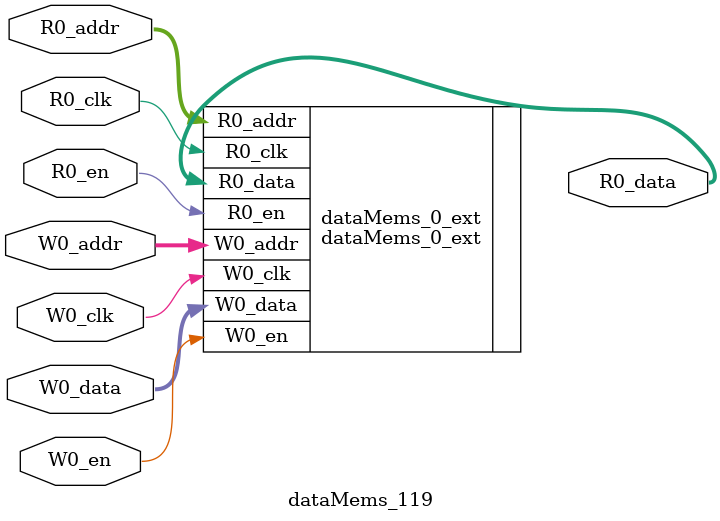
<source format=sv>
`ifndef RANDOMIZE
  `ifdef RANDOMIZE_REG_INIT
    `define RANDOMIZE
  `endif // RANDOMIZE_REG_INIT
`endif // not def RANDOMIZE
`ifndef RANDOMIZE
  `ifdef RANDOMIZE_MEM_INIT
    `define RANDOMIZE
  `endif // RANDOMIZE_MEM_INIT
`endif // not def RANDOMIZE

`ifndef RANDOM
  `define RANDOM $random
`endif // not def RANDOM

// Users can define 'PRINTF_COND' to add an extra gate to prints.
`ifndef PRINTF_COND_
  `ifdef PRINTF_COND
    `define PRINTF_COND_ (`PRINTF_COND)
  `else  // PRINTF_COND
    `define PRINTF_COND_ 1
  `endif // PRINTF_COND
`endif // not def PRINTF_COND_

// Users can define 'ASSERT_VERBOSE_COND' to add an extra gate to assert error printing.
`ifndef ASSERT_VERBOSE_COND_
  `ifdef ASSERT_VERBOSE_COND
    `define ASSERT_VERBOSE_COND_ (`ASSERT_VERBOSE_COND)
  `else  // ASSERT_VERBOSE_COND
    `define ASSERT_VERBOSE_COND_ 1
  `endif // ASSERT_VERBOSE_COND
`endif // not def ASSERT_VERBOSE_COND_

// Users can define 'STOP_COND' to add an extra gate to stop conditions.
`ifndef STOP_COND_
  `ifdef STOP_COND
    `define STOP_COND_ (`STOP_COND)
  `else  // STOP_COND
    `define STOP_COND_ 1
  `endif // STOP_COND
`endif // not def STOP_COND_

// Users can define INIT_RANDOM as general code that gets injected into the
// initializer block for modules with registers.
`ifndef INIT_RANDOM
  `define INIT_RANDOM
`endif // not def INIT_RANDOM

// If using random initialization, you can also define RANDOMIZE_DELAY to
// customize the delay used, otherwise 0.002 is used.
`ifndef RANDOMIZE_DELAY
  `define RANDOMIZE_DELAY 0.002
`endif // not def RANDOMIZE_DELAY

// Define INIT_RANDOM_PROLOG_ for use in our modules below.
`ifndef INIT_RANDOM_PROLOG_
  `ifdef RANDOMIZE
    `ifdef VERILATOR
      `define INIT_RANDOM_PROLOG_ `INIT_RANDOM
    `else  // VERILATOR
      `define INIT_RANDOM_PROLOG_ `INIT_RANDOM #`RANDOMIZE_DELAY begin end
    `endif // VERILATOR
  `else  // RANDOMIZE
    `define INIT_RANDOM_PROLOG_
  `endif // RANDOMIZE
`endif // not def INIT_RANDOM_PROLOG_

// Include register initializers in init blocks unless synthesis is set
`ifndef SYNTHESIS
  `ifndef ENABLE_INITIAL_REG_
    `define ENABLE_INITIAL_REG_
  `endif // not def ENABLE_INITIAL_REG_
`endif // not def SYNTHESIS

// Include rmemory initializers in init blocks unless synthesis is set
`ifndef SYNTHESIS
  `ifndef ENABLE_INITIAL_MEM_
    `define ENABLE_INITIAL_MEM_
  `endif // not def ENABLE_INITIAL_MEM_
`endif // not def SYNTHESIS

module dataMems_119(	// @[generators/ara/src/main/scala/UnsafeAXI4ToTL.scala:365:62]
  input  [4:0]   R0_addr,
  input          R0_en,
  input          R0_clk,
  output [258:0] R0_data,
  input  [4:0]   W0_addr,
  input          W0_en,
  input          W0_clk,
  input  [258:0] W0_data
);

  dataMems_0_ext dataMems_0_ext (	// @[generators/ara/src/main/scala/UnsafeAXI4ToTL.scala:365:62]
    .R0_addr (R0_addr),
    .R0_en   (R0_en),
    .R0_clk  (R0_clk),
    .R0_data (R0_data),
    .W0_addr (W0_addr),
    .W0_en   (W0_en),
    .W0_clk  (W0_clk),
    .W0_data (W0_data)
  );
endmodule


</source>
